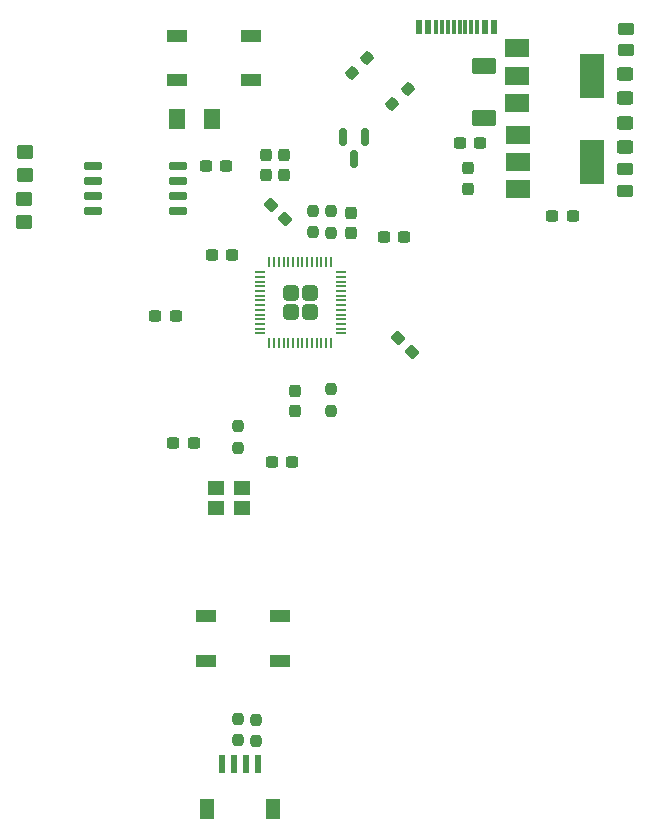
<source format=gbr>
%TF.GenerationSoftware,KiCad,Pcbnew,7.0.10*%
%TF.CreationDate,2024-01-30T02:50:08+05:30*%
%TF.ProjectId,rp2040-basic-m1,72703230-3430-42d6-9261-7369632d6d31,rev?*%
%TF.SameCoordinates,Original*%
%TF.FileFunction,Paste,Top*%
%TF.FilePolarity,Positive*%
%FSLAX46Y46*%
G04 Gerber Fmt 4.6, Leading zero omitted, Abs format (unit mm)*
G04 Created by KiCad (PCBNEW 7.0.10) date 2024-01-30 02:50:08*
%MOMM*%
%LPD*%
G01*
G04 APERTURE LIST*
G04 Aperture macros list*
%AMRoundRect*
0 Rectangle with rounded corners*
0 $1 Rounding radius*
0 $2 $3 $4 $5 $6 $7 $8 $9 X,Y pos of 4 corners*
0 Add a 4 corners polygon primitive as box body*
4,1,4,$2,$3,$4,$5,$6,$7,$8,$9,$2,$3,0*
0 Add four circle primitives for the rounded corners*
1,1,$1+$1,$2,$3*
1,1,$1+$1,$4,$5*
1,1,$1+$1,$6,$7*
1,1,$1+$1,$8,$9*
0 Add four rect primitives between the rounded corners*
20,1,$1+$1,$2,$3,$4,$5,0*
20,1,$1+$1,$4,$5,$6,$7,0*
20,1,$1+$1,$6,$7,$8,$9,0*
20,1,$1+$1,$8,$9,$2,$3,0*%
G04 Aperture macros list end*
%ADD10R,1.700000X1.000000*%
%ADD11RoundRect,0.237500X0.300000X0.237500X-0.300000X0.237500X-0.300000X-0.237500X0.300000X-0.237500X0*%
%ADD12R,2.000000X1.500000*%
%ADD13R,2.000000X3.800000*%
%ADD14RoundRect,0.250000X-0.450000X0.262500X-0.450000X-0.262500X0.450000X-0.262500X0.450000X0.262500X0*%
%ADD15RoundRect,0.250000X0.450000X-0.350000X0.450000X0.350000X-0.450000X0.350000X-0.450000X-0.350000X0*%
%ADD16RoundRect,0.237500X0.380070X-0.044194X-0.044194X0.380070X-0.380070X0.044194X0.044194X-0.380070X0*%
%ADD17RoundRect,0.237500X0.237500X-0.250000X0.237500X0.250000X-0.237500X0.250000X-0.237500X-0.250000X0*%
%ADD18RoundRect,0.237500X-0.300000X-0.237500X0.300000X-0.237500X0.300000X0.237500X-0.300000X0.237500X0*%
%ADD19RoundRect,0.150000X-0.150000X0.587500X-0.150000X-0.587500X0.150000X-0.587500X0.150000X0.587500X0*%
%ADD20R,1.400000X1.200000*%
%ADD21RoundRect,0.250001X-0.462499X-0.624999X0.462499X-0.624999X0.462499X0.624999X-0.462499X0.624999X0*%
%ADD22RoundRect,0.237500X0.237500X-0.300000X0.237500X0.300000X-0.237500X0.300000X-0.237500X-0.300000X0*%
%ADD23RoundRect,0.237500X-0.380070X0.044194X0.044194X-0.380070X0.380070X-0.044194X-0.044194X0.380070X0*%
%ADD24RoundRect,0.237500X-0.237500X0.250000X-0.237500X-0.250000X0.237500X-0.250000X0.237500X0.250000X0*%
%ADD25R,0.600000X1.550000*%
%ADD26R,1.200000X1.800000*%
%ADD27RoundRect,0.250000X0.450000X-0.325000X0.450000X0.325000X-0.450000X0.325000X-0.450000X-0.325000X0*%
%ADD28RoundRect,0.237500X0.008839X0.344715X-0.344715X-0.008839X-0.008839X-0.344715X0.344715X0.008839X0*%
%ADD29RoundRect,0.249999X-0.395001X-0.395001X0.395001X-0.395001X0.395001X0.395001X-0.395001X0.395001X0*%
%ADD30RoundRect,0.050000X-0.387500X-0.050000X0.387500X-0.050000X0.387500X0.050000X-0.387500X0.050000X0*%
%ADD31RoundRect,0.050000X-0.050000X-0.387500X0.050000X-0.387500X0.050000X0.387500X-0.050000X0.387500X0*%
%ADD32RoundRect,0.250000X-0.450000X0.350000X-0.450000X-0.350000X0.450000X-0.350000X0.450000X0.350000X0*%
%ADD33R,0.600000X1.240000*%
%ADD34R,0.300000X1.240000*%
%ADD35RoundRect,0.237500X-0.237500X0.300000X-0.237500X-0.300000X0.237500X-0.300000X0.237500X0.300000X0*%
%ADD36RoundRect,0.250000X-0.450000X0.325000X-0.450000X-0.325000X0.450000X-0.325000X0.450000X0.325000X0*%
%ADD37RoundRect,0.150000X-0.650000X-0.150000X0.650000X-0.150000X0.650000X0.150000X-0.650000X0.150000X0*%
%ADD38RoundRect,0.250000X0.800000X-0.450000X0.800000X0.450000X-0.800000X0.450000X-0.800000X-0.450000X0*%
G04 APERTURE END LIST*
D10*
%TO.C,SW2*%
X85800000Y-23910500D03*
X92100000Y-23910500D03*
X85800000Y-27710500D03*
X92100000Y-27710500D03*
%TD*%
D11*
%TO.C,C6*%
X85692500Y-47640000D03*
X83967500Y-47640000D03*
%TD*%
D12*
%TO.C,U2*%
X114650000Y-32300000D03*
X114650000Y-34600000D03*
D13*
X120950000Y-34600000D03*
D12*
X114650000Y-36900000D03*
%TD*%
D14*
%TO.C,R8*%
X123700000Y-35248000D03*
X123700000Y-37073000D03*
%TD*%
D15*
%TO.C,R7*%
X72825000Y-39710500D03*
X72825000Y-37710500D03*
%TD*%
D16*
%TO.C,C5*%
X94959880Y-39449880D03*
X93740120Y-38230120D03*
%TD*%
D17*
%TO.C,R16*%
X90980000Y-58815000D03*
X90980000Y-56990000D03*
%TD*%
D11*
%TO.C,C7*%
X90484500Y-42474500D03*
X88759500Y-42474500D03*
%TD*%
D18*
%TO.C,C1*%
X93815000Y-60060000D03*
X95540000Y-60060000D03*
%TD*%
D19*
%TO.C,D3*%
X101748000Y-32471500D03*
X99848000Y-32471500D03*
X100798000Y-34346500D03*
%TD*%
D20*
%TO.C,Y1*%
X89130000Y-63950000D03*
X91330000Y-63950000D03*
X91330000Y-62250000D03*
X89130000Y-62250000D03*
%TD*%
D21*
%TO.C,F1*%
X85825000Y-30940000D03*
X88800000Y-30940000D03*
%TD*%
D18*
%TO.C,C15*%
X88265000Y-34920000D03*
X89990000Y-34920000D03*
%TD*%
D22*
%TO.C,C3*%
X93364300Y-35752500D03*
X93364300Y-34027500D03*
%TD*%
D23*
%TO.C,C9*%
X104496120Y-49528620D03*
X105715880Y-50748380D03*
%TD*%
D12*
%TO.C,U4*%
X114600000Y-25000000D03*
X114600000Y-27300000D03*
D13*
X120900000Y-27300000D03*
D12*
X114600000Y-29600000D03*
%TD*%
D24*
%TO.C,R4*%
X98800000Y-38770000D03*
X98800000Y-40595000D03*
%TD*%
D25*
%TO.C,J2*%
X89650000Y-85555000D03*
X90650000Y-85555000D03*
X91650000Y-85555000D03*
X92650000Y-85555000D03*
D26*
X88350000Y-89430000D03*
X93950000Y-89430000D03*
%TD*%
D22*
%TO.C,C14*%
X110480000Y-36895000D03*
X110480000Y-35170000D03*
%TD*%
D27*
%TO.C,D5*%
X123750000Y-29185500D03*
X123750000Y-27135500D03*
%TD*%
D22*
%TO.C,C12*%
X100520000Y-40652500D03*
X100520000Y-38927500D03*
%TD*%
D28*
%TO.C,R2*%
X105325235Y-28424765D03*
X104034765Y-29715235D03*
%TD*%
D29*
%TO.C,U1*%
X95426000Y-45738500D03*
X95426000Y-47338500D03*
X97026000Y-45738500D03*
X97026000Y-47338500D03*
D30*
X92788500Y-43938500D03*
X92788500Y-44338500D03*
X92788500Y-44738500D03*
X92788500Y-45138500D03*
X92788500Y-45538500D03*
X92788500Y-45938500D03*
X92788500Y-46338500D03*
X92788500Y-46738500D03*
X92788500Y-47138500D03*
X92788500Y-47538500D03*
X92788500Y-47938500D03*
X92788500Y-48338500D03*
X92788500Y-48738500D03*
X92788500Y-49138500D03*
D31*
X93626000Y-49976000D03*
X94026000Y-49976000D03*
X94426000Y-49976000D03*
X94826000Y-49976000D03*
X95226000Y-49976000D03*
X95626000Y-49976000D03*
X96026000Y-49976000D03*
X96426000Y-49976000D03*
X96826000Y-49976000D03*
X97226000Y-49976000D03*
X97626000Y-49976000D03*
X98026000Y-49976000D03*
X98426000Y-49976000D03*
X98826000Y-49976000D03*
D30*
X99663500Y-49138500D03*
X99663500Y-48738500D03*
X99663500Y-48338500D03*
X99663500Y-47938500D03*
X99663500Y-47538500D03*
X99663500Y-47138500D03*
X99663500Y-46738500D03*
X99663500Y-46338500D03*
X99663500Y-45938500D03*
X99663500Y-45538500D03*
X99663500Y-45138500D03*
X99663500Y-44738500D03*
X99663500Y-44338500D03*
X99663500Y-43938500D03*
D31*
X98826000Y-43101000D03*
X98426000Y-43101000D03*
X98026000Y-43101000D03*
X97626000Y-43101000D03*
X97226000Y-43101000D03*
X96826000Y-43101000D03*
X96426000Y-43101000D03*
X96026000Y-43101000D03*
X95626000Y-43101000D03*
X95226000Y-43101000D03*
X94826000Y-43101000D03*
X94426000Y-43101000D03*
X94026000Y-43101000D03*
X93626000Y-43101000D03*
%TD*%
D32*
%TO.C,R6*%
X72950000Y-33735500D03*
X72950000Y-35735500D03*
%TD*%
D33*
%TO.C,J1*%
X112675000Y-23210500D03*
X111875000Y-23210500D03*
D34*
X110725000Y-23210500D03*
X109725000Y-23210500D03*
X109225000Y-23210500D03*
X108225000Y-23210500D03*
D33*
X107075000Y-23210500D03*
X106275000Y-23210500D03*
X106275000Y-23210500D03*
X107075000Y-23210500D03*
D34*
X107725000Y-23210500D03*
X108725000Y-23210500D03*
X110225000Y-23210500D03*
X111225000Y-23210500D03*
D33*
X111875000Y-23210500D03*
X112675000Y-23210500D03*
%TD*%
D35*
%TO.C,C11*%
X95790000Y-53980500D03*
X95790000Y-55705500D03*
%TD*%
D24*
%TO.C,R5*%
X97290000Y-38740000D03*
X97290000Y-40565000D03*
%TD*%
D18*
%TO.C,C10*%
X103287500Y-40960500D03*
X105012500Y-40960500D03*
%TD*%
D36*
%TO.C,D4*%
X123750000Y-31285500D03*
X123750000Y-33335500D03*
%TD*%
D37*
%TO.C,U3*%
X78656000Y-34981500D03*
X78656000Y-36251500D03*
X78656000Y-37521500D03*
X78656000Y-38791500D03*
X85856000Y-38791500D03*
X85856000Y-37521500D03*
X85856000Y-36251500D03*
X85856000Y-34981500D03*
%TD*%
D10*
%TO.C,SW1*%
X88230000Y-73030000D03*
X94530000Y-73030000D03*
X88230000Y-76830000D03*
X94530000Y-76830000D03*
%TD*%
D14*
%TO.C,R1*%
X123800000Y-23348000D03*
X123800000Y-25173000D03*
%TD*%
D22*
%TO.C,C4*%
X94888300Y-35752500D03*
X94888300Y-34027500D03*
%TD*%
D17*
%TO.C,R33*%
X98830000Y-55675000D03*
X98830000Y-53850000D03*
%TD*%
D11*
%TO.C,C2*%
X87215000Y-58400000D03*
X85490000Y-58400000D03*
%TD*%
%TO.C,C13*%
X111485000Y-33030000D03*
X109760000Y-33030000D03*
%TD*%
D28*
%TO.C,R3*%
X101885235Y-25834765D03*
X100594765Y-27125235D03*
%TD*%
D18*
%TO.C,C8*%
X117587500Y-39210500D03*
X119312500Y-39210500D03*
%TD*%
D17*
%TO.C,R15*%
X92460000Y-83662500D03*
X92460000Y-81837500D03*
%TD*%
%TO.C,R17*%
X90960000Y-83562500D03*
X90960000Y-81737500D03*
%TD*%
D38*
%TO.C,D1*%
X111800000Y-30900000D03*
X111800000Y-26500000D03*
%TD*%
M02*

</source>
